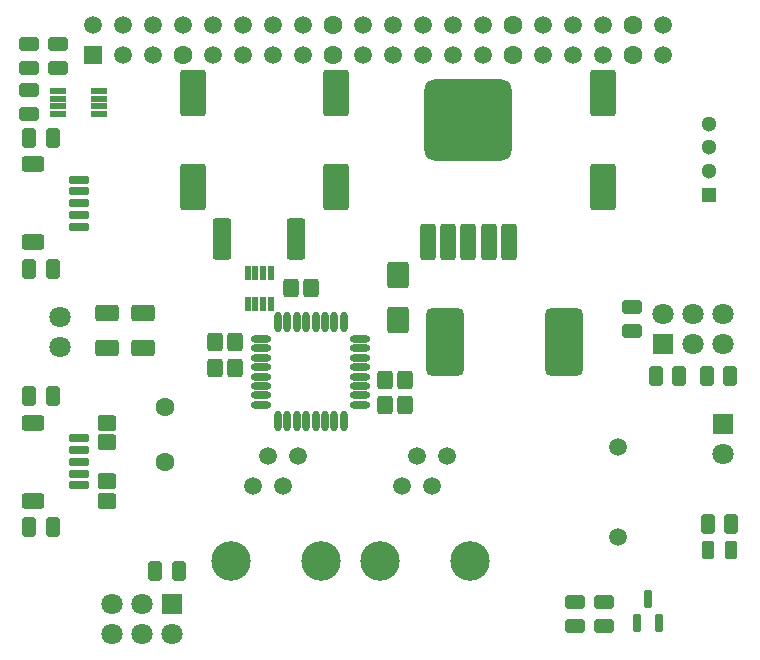
<source format=gts>
G04 Layer_Color=8388736*
%FSLAX43Y43*%
%MOMM*%
G71*
G01*
G75*
%ADD45C,1.500*%
G04:AMPARAMS|DCode=55|XSize=3.2mm|YSize=5.7mm|CornerRadius=0.438mm|HoleSize=0mm|Usage=FLASHONLY|Rotation=0.000|XOffset=0mm|YOffset=0mm|HoleType=Round|Shape=RoundedRectangle|*
%AMROUNDEDRECTD55*
21,1,3.200,4.825,0,0,0.0*
21,1,2.325,5.700,0,0,0.0*
1,1,0.875,1.163,-2.413*
1,1,0.875,-1.163,-2.413*
1,1,0.875,-1.163,2.413*
1,1,0.875,1.163,2.413*
%
%ADD55ROUNDEDRECTD55*%
G04:AMPARAMS|DCode=56|XSize=1.31mm|YSize=1.56mm|CornerRadius=0.201mm|HoleSize=0mm|Usage=FLASHONLY|Rotation=180.000|XOffset=0mm|YOffset=0mm|HoleType=Round|Shape=RoundedRectangle|*
%AMROUNDEDRECTD56*
21,1,1.310,1.157,0,0,180.0*
21,1,0.907,1.560,0,0,180.0*
1,1,0.403,-0.454,0.579*
1,1,0.403,0.454,0.579*
1,1,0.403,0.454,-0.579*
1,1,0.403,-0.454,-0.579*
%
%ADD56ROUNDEDRECTD56*%
G04:AMPARAMS|DCode=57|XSize=1.63mm|YSize=1.12mm|CornerRadius=0.177mm|HoleSize=0mm|Usage=FLASHONLY|Rotation=90.000|XOffset=0mm|YOffset=0mm|HoleType=Round|Shape=RoundedRectangle|*
%AMROUNDEDRECTD57*
21,1,1.630,0.765,0,0,90.0*
21,1,1.275,1.120,0,0,90.0*
1,1,0.355,0.383,0.637*
1,1,0.355,0.383,-0.637*
1,1,0.355,-0.383,-0.637*
1,1,0.355,-0.383,0.637*
%
%ADD57ROUNDEDRECTD57*%
G04:AMPARAMS|DCode=58|XSize=1.01mm|YSize=1.56mm|CornerRadius=0.164mm|HoleSize=0mm|Usage=FLASHONLY|Rotation=0.000|XOffset=0mm|YOffset=0mm|HoleType=Round|Shape=RoundedRectangle|*
%AMROUNDEDRECTD58*
21,1,1.010,1.232,0,0,0.0*
21,1,0.682,1.560,0,0,0.0*
1,1,0.328,0.341,-0.616*
1,1,0.328,-0.341,-0.616*
1,1,0.328,-0.341,0.616*
1,1,0.328,0.341,0.616*
%
%ADD58ROUNDEDRECTD58*%
G04:AMPARAMS|DCode=59|XSize=1.3mm|YSize=1.9mm|CornerRadius=0.2mm|HoleSize=0mm|Usage=FLASHONLY|Rotation=270.000|XOffset=0mm|YOffset=0mm|HoleType=Round|Shape=RoundedRectangle|*
%AMROUNDEDRECTD59*
21,1,1.300,1.500,0,0,270.0*
21,1,0.900,1.900,0,0,270.0*
1,1,0.400,-0.750,-0.450*
1,1,0.400,-0.750,0.450*
1,1,0.400,0.750,0.450*
1,1,0.400,0.750,-0.450*
%
%ADD59ROUNDEDRECTD59*%
G04:AMPARAMS|DCode=60|XSize=0.7mm|YSize=1.65mm|CornerRadius=0.125mm|HoleSize=0mm|Usage=FLASHONLY|Rotation=270.000|XOffset=0mm|YOffset=0mm|HoleType=Round|Shape=RoundedRectangle|*
%AMROUNDEDRECTD60*
21,1,0.700,1.400,0,0,270.0*
21,1,0.450,1.650,0,0,270.0*
1,1,0.250,-0.700,-0.225*
1,1,0.250,-0.700,0.225*
1,1,0.250,0.700,0.225*
1,1,0.250,0.700,-0.225*
%
%ADD60ROUNDEDRECTD60*%
G04:AMPARAMS|DCode=61|XSize=1.63mm|YSize=1.12mm|CornerRadius=0.177mm|HoleSize=0mm|Usage=FLASHONLY|Rotation=180.000|XOffset=0mm|YOffset=0mm|HoleType=Round|Shape=RoundedRectangle|*
%AMROUNDEDRECTD61*
21,1,1.630,0.765,0,0,180.0*
21,1,1.275,1.120,0,0,180.0*
1,1,0.355,-0.637,0.383*
1,1,0.355,0.637,0.383*
1,1,0.355,0.637,-0.383*
1,1,0.355,-0.637,-0.383*
%
%ADD61ROUNDEDRECTD61*%
G04:AMPARAMS|DCode=62|XSize=1.84mm|YSize=2.27mm|CornerRadius=0.268mm|HoleSize=0mm|Usage=FLASHONLY|Rotation=0.000|XOffset=0mm|YOffset=0mm|HoleType=Round|Shape=RoundedRectangle|*
%AMROUNDEDRECTD62*
21,1,1.840,1.735,0,0,0.0*
21,1,1.305,2.270,0,0,0.0*
1,1,0.535,0.652,-0.868*
1,1,0.535,-0.652,-0.868*
1,1,0.535,-0.652,0.868*
1,1,0.535,0.652,0.868*
%
%ADD62ROUNDEDRECTD62*%
G04:AMPARAMS|DCode=63|XSize=1.29mm|YSize=3.06mm|CornerRadius=0.199mm|HoleSize=0mm|Usage=FLASHONLY|Rotation=0.000|XOffset=0mm|YOffset=0mm|HoleType=Round|Shape=RoundedRectangle|*
%AMROUNDEDRECTD63*
21,1,1.290,2.663,0,0,0.0*
21,1,0.892,3.060,0,0,0.0*
1,1,0.398,0.446,-1.331*
1,1,0.398,-0.446,-1.331*
1,1,0.398,-0.446,1.331*
1,1,0.398,0.446,1.331*
%
%ADD63ROUNDEDRECTD63*%
G04:AMPARAMS|DCode=64|XSize=7.38mm|YSize=6.94mm|CornerRadius=0.905mm|HoleSize=0mm|Usage=FLASHONLY|Rotation=180.000|XOffset=0mm|YOffset=0mm|HoleType=Round|Shape=RoundedRectangle|*
%AMROUNDEDRECTD64*
21,1,7.380,5.130,0,0,180.0*
21,1,5.570,6.940,0,0,180.0*
1,1,1.810,-2.785,2.565*
1,1,1.810,2.785,2.565*
1,1,1.810,2.785,-2.565*
1,1,1.810,-2.785,-2.565*
%
%ADD64ROUNDEDRECTD64*%
G04:AMPARAMS|DCode=65|XSize=0.5mm|YSize=1.42mm|CornerRadius=0.1mm|HoleSize=0mm|Usage=FLASHONLY|Rotation=270.000|XOffset=0mm|YOffset=0mm|HoleType=Round|Shape=RoundedRectangle|*
%AMROUNDEDRECTD65*
21,1,0.500,1.220,0,0,270.0*
21,1,0.300,1.420,0,0,270.0*
1,1,0.200,-0.610,-0.150*
1,1,0.200,-0.610,0.150*
1,1,0.200,0.610,0.150*
1,1,0.200,0.610,-0.150*
%
%ADD65ROUNDEDRECTD65*%
G04:AMPARAMS|DCode=66|XSize=1.38mm|YSize=1.97mm|CornerRadius=0.21mm|HoleSize=0mm|Usage=FLASHONLY|Rotation=90.000|XOffset=0mm|YOffset=0mm|HoleType=Round|Shape=RoundedRectangle|*
%AMROUNDEDRECTD66*
21,1,1.380,1.550,0,0,90.0*
21,1,0.960,1.970,0,0,90.0*
1,1,0.420,0.775,0.480*
1,1,0.420,0.775,-0.480*
1,1,0.420,-0.775,-0.480*
1,1,0.420,-0.775,0.480*
%
%ADD66ROUNDEDRECTD66*%
G04:AMPARAMS|DCode=67|XSize=0.71mm|YSize=1.45mm|CornerRadius=0.126mm|HoleSize=0mm|Usage=FLASHONLY|Rotation=180.000|XOffset=0mm|YOffset=0mm|HoleType=Round|Shape=RoundedRectangle|*
%AMROUNDEDRECTD67*
21,1,0.710,1.198,0,0,180.0*
21,1,0.458,1.450,0,0,180.0*
1,1,0.253,-0.229,0.599*
1,1,0.253,0.229,0.599*
1,1,0.253,0.229,-0.599*
1,1,0.253,-0.229,-0.599*
%
%ADD67ROUNDEDRECTD67*%
G04:AMPARAMS|DCode=68|XSize=0.55mm|YSize=1.2mm|CornerRadius=0.106mm|HoleSize=0mm|Usage=FLASHONLY|Rotation=0.000|XOffset=0mm|YOffset=0mm|HoleType=Round|Shape=RoundedRectangle|*
%AMROUNDEDRECTD68*
21,1,0.550,0.988,0,0,0.0*
21,1,0.338,1.200,0,0,0.0*
1,1,0.212,0.169,-0.494*
1,1,0.212,-0.169,-0.494*
1,1,0.212,-0.169,0.494*
1,1,0.212,0.169,0.494*
%
%ADD68ROUNDEDRECTD68*%
G04:AMPARAMS|DCode=69|XSize=2.22mm|YSize=3.96mm|CornerRadius=0.315mm|HoleSize=0mm|Usage=FLASHONLY|Rotation=180.000|XOffset=0mm|YOffset=0mm|HoleType=Round|Shape=RoundedRectangle|*
%AMROUNDEDRECTD69*
21,1,2.220,3.330,0,0,180.0*
21,1,1.590,3.960,0,0,180.0*
1,1,0.630,-0.795,1.665*
1,1,0.630,0.795,1.665*
1,1,0.630,0.795,-1.665*
1,1,0.630,-0.795,-1.665*
%
%ADD69ROUNDEDRECTD69*%
G04:AMPARAMS|DCode=70|XSize=1.55mm|YSize=3.53mm|CornerRadius=0.231mm|HoleSize=0mm|Usage=FLASHONLY|Rotation=0.000|XOffset=0mm|YOffset=0mm|HoleType=Round|Shape=RoundedRectangle|*
%AMROUNDEDRECTD70*
21,1,1.550,3.067,0,0,0.0*
21,1,1.087,3.530,0,0,0.0*
1,1,0.463,0.544,-1.534*
1,1,0.463,-0.544,-1.534*
1,1,0.463,-0.544,1.534*
1,1,0.463,0.544,1.534*
%
%ADD70ROUNDEDRECTD70*%
%ADD71O,1.750X0.650*%
%ADD72O,0.650X1.750*%
G04:AMPARAMS|DCode=73|XSize=1.31mm|YSize=1.56mm|CornerRadius=0.201mm|HoleSize=0mm|Usage=FLASHONLY|Rotation=90.000|XOffset=0mm|YOffset=0mm|HoleType=Round|Shape=RoundedRectangle|*
%AMROUNDEDRECTD73*
21,1,1.310,1.157,0,0,90.0*
21,1,0.907,1.560,0,0,90.0*
1,1,0.403,0.579,0.454*
1,1,0.403,0.579,-0.454*
1,1,0.403,-0.579,-0.454*
1,1,0.403,-0.579,0.454*
%
%ADD73ROUNDEDRECTD73*%
%ADD74C,1.800*%
%ADD75R,1.800X1.800*%
%ADD76C,1.498*%
%ADD77C,3.350*%
%ADD78C,0.100*%
%ADD79C,1.603*%
%ADD80R,1.500X1.500*%
%ADD81C,1.300*%
%ADD82R,1.300X1.300*%
%ADD83R,1.800X1.800*%
%ADD84C,1.600*%
D45*
X18451Y53753D02*
D03*
X20991D02*
D03*
X36231D02*
D03*
X33691D02*
D03*
X26071D02*
D03*
X23531D02*
D03*
X31151D02*
D03*
X41311D02*
D03*
X38771D02*
D03*
X46391D02*
D03*
X8291D02*
D03*
X10831D02*
D03*
X13371D02*
D03*
X15911D02*
D03*
X46391Y51213D02*
D03*
X38771D02*
D03*
X41311D02*
D03*
X31151D02*
D03*
X23531D02*
D03*
X26071D02*
D03*
X33691D02*
D03*
X36231D02*
D03*
X20991D02*
D03*
X13371D02*
D03*
X10831D02*
D03*
X18451D02*
D03*
X51471D02*
D03*
X48931D02*
D03*
X56551D02*
D03*
Y53753D02*
D03*
X48931D02*
D03*
X51471D02*
D03*
X52750Y10450D02*
D03*
Y18050D02*
D03*
D55*
X38050Y26900D02*
D03*
X48150Y26900D02*
D03*
D56*
X34645Y21626D02*
D03*
X32955D02*
D03*
X18605Y26900D02*
D03*
X20295Y26900D02*
D03*
X26745Y31485D02*
D03*
X25055Y31485D02*
D03*
X20295Y24700D02*
D03*
X18605Y24700D02*
D03*
X34645Y23700D02*
D03*
X32955D02*
D03*
D57*
X62233Y24050D02*
D03*
X60217D02*
D03*
X62308Y11500D02*
D03*
X60292D02*
D03*
X15549Y7500D02*
D03*
X13534D02*
D03*
X2818Y22342D02*
D03*
X4832Y22342D02*
D03*
X2818Y11225D02*
D03*
X4832Y11225D02*
D03*
X2818Y33124D02*
D03*
X4832Y33124D02*
D03*
X2818Y44175D02*
D03*
X4832Y44175D02*
D03*
X57908Y24050D02*
D03*
X55893Y24050D02*
D03*
D58*
X62275Y9300D02*
D03*
X60325Y9300D02*
D03*
D59*
X3200Y35375D02*
D03*
Y41975D02*
D03*
Y13491D02*
D03*
Y20091D02*
D03*
D60*
X7075Y36675D02*
D03*
Y37675D02*
D03*
X7075Y38675D02*
D03*
X7075Y39675D02*
D03*
X7075Y40675D02*
D03*
X7075Y14791D02*
D03*
X7075Y15791D02*
D03*
X7075Y16791D02*
D03*
X7075Y17791D02*
D03*
X7075Y18791D02*
D03*
D61*
X53900Y29907D02*
D03*
X53900Y27892D02*
D03*
X51545Y2873D02*
D03*
Y4888D02*
D03*
X49045Y2873D02*
D03*
Y4888D02*
D03*
X5325Y50118D02*
D03*
Y52133D02*
D03*
X2850Y50118D02*
D03*
Y52133D02*
D03*
X2850Y46223D02*
D03*
X2850Y48237D02*
D03*
D62*
X34053Y32575D02*
D03*
X34053Y28815D02*
D03*
D63*
X36650Y35403D02*
D03*
X38350D02*
D03*
X43450D02*
D03*
X41750D02*
D03*
X40050D02*
D03*
D64*
Y45718D02*
D03*
D65*
X8770Y46225D02*
D03*
Y46875D02*
D03*
Y47525D02*
D03*
Y48175D02*
D03*
X5330Y46225D02*
D03*
Y46875D02*
D03*
Y47525D02*
D03*
Y48175D02*
D03*
D66*
X12474Y29390D02*
D03*
Y26390D02*
D03*
X9474Y29390D02*
D03*
X9474Y26390D02*
D03*
D67*
X54300Y3166D02*
D03*
X56200D02*
D03*
X55250Y5166D02*
D03*
D68*
X21350Y32759D02*
D03*
X21350Y30159D02*
D03*
X23300Y30159D02*
D03*
X22000Y30159D02*
D03*
Y32759D02*
D03*
X22650D02*
D03*
X23300Y32759D02*
D03*
X22650Y30159D02*
D03*
D69*
X51400Y40020D02*
D03*
X51400Y47980D02*
D03*
X28825Y40020D02*
D03*
Y47980D02*
D03*
X16700Y40020D02*
D03*
X16700Y47980D02*
D03*
D70*
X25440Y35625D02*
D03*
X19210Y35625D02*
D03*
D71*
X22500Y27200D02*
D03*
Y26400D02*
D03*
Y25600D02*
D03*
Y24800D02*
D03*
Y24000D02*
D03*
Y23200D02*
D03*
Y22400D02*
D03*
Y21600D02*
D03*
X30900D02*
D03*
Y22400D02*
D03*
Y23200D02*
D03*
Y24000D02*
D03*
Y24800D02*
D03*
Y25600D02*
D03*
Y26400D02*
D03*
Y27200D02*
D03*
D72*
X23900Y20200D02*
D03*
X24700D02*
D03*
X25500D02*
D03*
X26300D02*
D03*
X27100D02*
D03*
X27900D02*
D03*
X28700D02*
D03*
X29500D02*
D03*
Y28600D02*
D03*
X28700D02*
D03*
X27900D02*
D03*
X27100D02*
D03*
X26300D02*
D03*
X25500D02*
D03*
X24700D02*
D03*
X23900D02*
D03*
D73*
X9458Y13503D02*
D03*
Y15193D02*
D03*
X9405Y18421D02*
D03*
X9405Y20111D02*
D03*
D74*
X56560Y29265D02*
D03*
X59100Y29265D02*
D03*
X61640Y29265D02*
D03*
X61640Y26725D02*
D03*
X59100D02*
D03*
X5450Y29025D02*
D03*
Y26525D02*
D03*
X14973Y2235D02*
D03*
X12433Y2235D02*
D03*
X9893Y2235D02*
D03*
X9893Y4775D02*
D03*
X12433D02*
D03*
X61600Y17457D02*
D03*
D75*
X56560Y26725D02*
D03*
X14973Y4775D02*
D03*
D76*
X21810Y14750D02*
D03*
X23080Y17290D02*
D03*
X24350Y14750D02*
D03*
X25620Y17290D02*
D03*
X38255D02*
D03*
X36985Y14750D02*
D03*
X35715Y17290D02*
D03*
X34445Y14750D02*
D03*
D77*
X27525Y8400D02*
D03*
X19905D02*
D03*
X32540Y8400D02*
D03*
X40160Y8400D02*
D03*
D78*
X61500Y52500D02*
D03*
Y3500D02*
D03*
X3500D02*
D03*
D79*
X28611Y53753D02*
D03*
X43851D02*
D03*
Y51213D02*
D03*
X28611D02*
D03*
X15911D02*
D03*
X54011D02*
D03*
Y53753D02*
D03*
D80*
X8291Y51213D02*
D03*
D81*
X60400Y41400D02*
D03*
X60400Y43400D02*
D03*
X60400Y45400D02*
D03*
D82*
Y39400D02*
D03*
D83*
X61600Y19997D02*
D03*
D84*
X14325Y21391D02*
D03*
Y16741D02*
D03*
M02*

</source>
